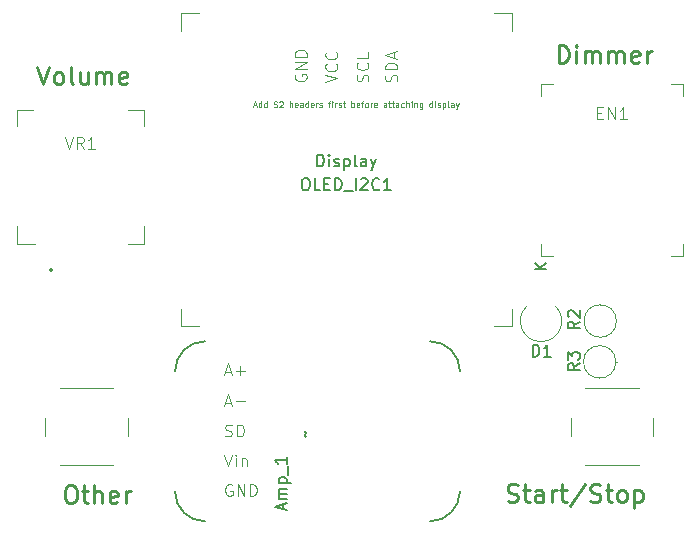
<source format=gbr>
%TF.GenerationSoftware,KiCad,Pcbnew,9.0.2*%
%TF.CreationDate,2025-05-20T12:48:23-07:00*%
%TF.ProjectId,40Hz_S2,3430487a-5f53-4322-9e6b-696361645f70,rev?*%
%TF.SameCoordinates,Original*%
%TF.FileFunction,Legend,Top*%
%TF.FilePolarity,Positive*%
%FSLAX46Y46*%
G04 Gerber Fmt 4.6, Leading zero omitted, Abs format (unit mm)*
G04 Created by KiCad (PCBNEW 9.0.2) date 2025-05-20 12:48:23*
%MOMM*%
%LPD*%
G01*
G04 APERTURE LIST*
%ADD10C,0.250000*%
%ADD11C,0.100000*%
%ADD12C,0.150000*%
%ADD13C,0.125000*%
%ADD14C,0.120000*%
%ADD15C,0.160000*%
%ADD16C,0.200000*%
G04 APERTURE END LIST*
D10*
X106486603Y-52198248D02*
X106486603Y-50698248D01*
X106486603Y-50698248D02*
X106843746Y-50698248D01*
X106843746Y-50698248D02*
X107058032Y-50769677D01*
X107058032Y-50769677D02*
X107200889Y-50912534D01*
X107200889Y-50912534D02*
X107272318Y-51055391D01*
X107272318Y-51055391D02*
X107343746Y-51341105D01*
X107343746Y-51341105D02*
X107343746Y-51555391D01*
X107343746Y-51555391D02*
X107272318Y-51841105D01*
X107272318Y-51841105D02*
X107200889Y-51983962D01*
X107200889Y-51983962D02*
X107058032Y-52126820D01*
X107058032Y-52126820D02*
X106843746Y-52198248D01*
X106843746Y-52198248D02*
X106486603Y-52198248D01*
X107986603Y-52198248D02*
X107986603Y-51198248D01*
X107986603Y-50698248D02*
X107915175Y-50769677D01*
X107915175Y-50769677D02*
X107986603Y-50841105D01*
X107986603Y-50841105D02*
X108058032Y-50769677D01*
X108058032Y-50769677D02*
X107986603Y-50698248D01*
X107986603Y-50698248D02*
X107986603Y-50841105D01*
X108700889Y-52198248D02*
X108700889Y-51198248D01*
X108700889Y-51341105D02*
X108772318Y-51269677D01*
X108772318Y-51269677D02*
X108915175Y-51198248D01*
X108915175Y-51198248D02*
X109129461Y-51198248D01*
X109129461Y-51198248D02*
X109272318Y-51269677D01*
X109272318Y-51269677D02*
X109343747Y-51412534D01*
X109343747Y-51412534D02*
X109343747Y-52198248D01*
X109343747Y-51412534D02*
X109415175Y-51269677D01*
X109415175Y-51269677D02*
X109558032Y-51198248D01*
X109558032Y-51198248D02*
X109772318Y-51198248D01*
X109772318Y-51198248D02*
X109915175Y-51269677D01*
X109915175Y-51269677D02*
X109986604Y-51412534D01*
X109986604Y-51412534D02*
X109986604Y-52198248D01*
X110700889Y-52198248D02*
X110700889Y-51198248D01*
X110700889Y-51341105D02*
X110772318Y-51269677D01*
X110772318Y-51269677D02*
X110915175Y-51198248D01*
X110915175Y-51198248D02*
X111129461Y-51198248D01*
X111129461Y-51198248D02*
X111272318Y-51269677D01*
X111272318Y-51269677D02*
X111343747Y-51412534D01*
X111343747Y-51412534D02*
X111343747Y-52198248D01*
X111343747Y-51412534D02*
X111415175Y-51269677D01*
X111415175Y-51269677D02*
X111558032Y-51198248D01*
X111558032Y-51198248D02*
X111772318Y-51198248D01*
X111772318Y-51198248D02*
X111915175Y-51269677D01*
X111915175Y-51269677D02*
X111986604Y-51412534D01*
X111986604Y-51412534D02*
X111986604Y-52198248D01*
X113272318Y-52126820D02*
X113129461Y-52198248D01*
X113129461Y-52198248D02*
X112843747Y-52198248D01*
X112843747Y-52198248D02*
X112700889Y-52126820D01*
X112700889Y-52126820D02*
X112629461Y-51983962D01*
X112629461Y-51983962D02*
X112629461Y-51412534D01*
X112629461Y-51412534D02*
X112700889Y-51269677D01*
X112700889Y-51269677D02*
X112843747Y-51198248D01*
X112843747Y-51198248D02*
X113129461Y-51198248D01*
X113129461Y-51198248D02*
X113272318Y-51269677D01*
X113272318Y-51269677D02*
X113343747Y-51412534D01*
X113343747Y-51412534D02*
X113343747Y-51555391D01*
X113343747Y-51555391D02*
X112629461Y-51698248D01*
X113986603Y-52198248D02*
X113986603Y-51198248D01*
X113986603Y-51483962D02*
X114058032Y-51341105D01*
X114058032Y-51341105D02*
X114129461Y-51269677D01*
X114129461Y-51269677D02*
X114272318Y-51198248D01*
X114272318Y-51198248D02*
X114415175Y-51198248D01*
X62335434Y-52492590D02*
X62835434Y-53992590D01*
X62835434Y-53992590D02*
X63335434Y-52492590D01*
X64049719Y-53992590D02*
X63906862Y-53921162D01*
X63906862Y-53921162D02*
X63835433Y-53849733D01*
X63835433Y-53849733D02*
X63764005Y-53706876D01*
X63764005Y-53706876D02*
X63764005Y-53278304D01*
X63764005Y-53278304D02*
X63835433Y-53135447D01*
X63835433Y-53135447D02*
X63906862Y-53064019D01*
X63906862Y-53064019D02*
X64049719Y-52992590D01*
X64049719Y-52992590D02*
X64264005Y-52992590D01*
X64264005Y-52992590D02*
X64406862Y-53064019D01*
X64406862Y-53064019D02*
X64478291Y-53135447D01*
X64478291Y-53135447D02*
X64549719Y-53278304D01*
X64549719Y-53278304D02*
X64549719Y-53706876D01*
X64549719Y-53706876D02*
X64478291Y-53849733D01*
X64478291Y-53849733D02*
X64406862Y-53921162D01*
X64406862Y-53921162D02*
X64264005Y-53992590D01*
X64264005Y-53992590D02*
X64049719Y-53992590D01*
X65406862Y-53992590D02*
X65264005Y-53921162D01*
X65264005Y-53921162D02*
X65192576Y-53778304D01*
X65192576Y-53778304D02*
X65192576Y-52492590D01*
X66621148Y-52992590D02*
X66621148Y-53992590D01*
X65978290Y-52992590D02*
X65978290Y-53778304D01*
X65978290Y-53778304D02*
X66049719Y-53921162D01*
X66049719Y-53921162D02*
X66192576Y-53992590D01*
X66192576Y-53992590D02*
X66406862Y-53992590D01*
X66406862Y-53992590D02*
X66549719Y-53921162D01*
X66549719Y-53921162D02*
X66621148Y-53849733D01*
X67335433Y-53992590D02*
X67335433Y-52992590D01*
X67335433Y-53135447D02*
X67406862Y-53064019D01*
X67406862Y-53064019D02*
X67549719Y-52992590D01*
X67549719Y-52992590D02*
X67764005Y-52992590D01*
X67764005Y-52992590D02*
X67906862Y-53064019D01*
X67906862Y-53064019D02*
X67978291Y-53206876D01*
X67978291Y-53206876D02*
X67978291Y-53992590D01*
X67978291Y-53206876D02*
X68049719Y-53064019D01*
X68049719Y-53064019D02*
X68192576Y-52992590D01*
X68192576Y-52992590D02*
X68406862Y-52992590D01*
X68406862Y-52992590D02*
X68549719Y-53064019D01*
X68549719Y-53064019D02*
X68621148Y-53206876D01*
X68621148Y-53206876D02*
X68621148Y-53992590D01*
X69906862Y-53921162D02*
X69764005Y-53992590D01*
X69764005Y-53992590D02*
X69478291Y-53992590D01*
X69478291Y-53992590D02*
X69335433Y-53921162D01*
X69335433Y-53921162D02*
X69264005Y-53778304D01*
X69264005Y-53778304D02*
X69264005Y-53206876D01*
X69264005Y-53206876D02*
X69335433Y-53064019D01*
X69335433Y-53064019D02*
X69478291Y-52992590D01*
X69478291Y-52992590D02*
X69764005Y-52992590D01*
X69764005Y-52992590D02*
X69906862Y-53064019D01*
X69906862Y-53064019D02*
X69978291Y-53206876D01*
X69978291Y-53206876D02*
X69978291Y-53349733D01*
X69978291Y-53349733D02*
X69264005Y-53492590D01*
X65033037Y-87960115D02*
X65318751Y-87960115D01*
X65318751Y-87960115D02*
X65461608Y-88031544D01*
X65461608Y-88031544D02*
X65604465Y-88174401D01*
X65604465Y-88174401D02*
X65675894Y-88460115D01*
X65675894Y-88460115D02*
X65675894Y-88960115D01*
X65675894Y-88960115D02*
X65604465Y-89245829D01*
X65604465Y-89245829D02*
X65461608Y-89388687D01*
X65461608Y-89388687D02*
X65318751Y-89460115D01*
X65318751Y-89460115D02*
X65033037Y-89460115D01*
X65033037Y-89460115D02*
X64890180Y-89388687D01*
X64890180Y-89388687D02*
X64747322Y-89245829D01*
X64747322Y-89245829D02*
X64675894Y-88960115D01*
X64675894Y-88960115D02*
X64675894Y-88460115D01*
X64675894Y-88460115D02*
X64747322Y-88174401D01*
X64747322Y-88174401D02*
X64890180Y-88031544D01*
X64890180Y-88031544D02*
X65033037Y-87960115D01*
X66104466Y-88460115D02*
X66675894Y-88460115D01*
X66318751Y-87960115D02*
X66318751Y-89245829D01*
X66318751Y-89245829D02*
X66390180Y-89388687D01*
X66390180Y-89388687D02*
X66533037Y-89460115D01*
X66533037Y-89460115D02*
X66675894Y-89460115D01*
X67175894Y-89460115D02*
X67175894Y-87960115D01*
X67818752Y-89460115D02*
X67818752Y-88674401D01*
X67818752Y-88674401D02*
X67747323Y-88531544D01*
X67747323Y-88531544D02*
X67604466Y-88460115D01*
X67604466Y-88460115D02*
X67390180Y-88460115D01*
X67390180Y-88460115D02*
X67247323Y-88531544D01*
X67247323Y-88531544D02*
X67175894Y-88602972D01*
X69104466Y-89388687D02*
X68961609Y-89460115D01*
X68961609Y-89460115D02*
X68675895Y-89460115D01*
X68675895Y-89460115D02*
X68533037Y-89388687D01*
X68533037Y-89388687D02*
X68461609Y-89245829D01*
X68461609Y-89245829D02*
X68461609Y-88674401D01*
X68461609Y-88674401D02*
X68533037Y-88531544D01*
X68533037Y-88531544D02*
X68675895Y-88460115D01*
X68675895Y-88460115D02*
X68961609Y-88460115D01*
X68961609Y-88460115D02*
X69104466Y-88531544D01*
X69104466Y-88531544D02*
X69175895Y-88674401D01*
X69175895Y-88674401D02*
X69175895Y-88817258D01*
X69175895Y-88817258D02*
X68461609Y-88960115D01*
X69818751Y-89460115D02*
X69818751Y-88460115D01*
X69818751Y-88745829D02*
X69890180Y-88602972D01*
X69890180Y-88602972D02*
X69961609Y-88531544D01*
X69961609Y-88531544D02*
X70104466Y-88460115D01*
X70104466Y-88460115D02*
X70247323Y-88460115D01*
X102169381Y-89300662D02*
X102383667Y-89372090D01*
X102383667Y-89372090D02*
X102740809Y-89372090D01*
X102740809Y-89372090D02*
X102883667Y-89300662D01*
X102883667Y-89300662D02*
X102955095Y-89229233D01*
X102955095Y-89229233D02*
X103026524Y-89086376D01*
X103026524Y-89086376D02*
X103026524Y-88943519D01*
X103026524Y-88943519D02*
X102955095Y-88800662D01*
X102955095Y-88800662D02*
X102883667Y-88729233D01*
X102883667Y-88729233D02*
X102740809Y-88657804D01*
X102740809Y-88657804D02*
X102455095Y-88586376D01*
X102455095Y-88586376D02*
X102312238Y-88514947D01*
X102312238Y-88514947D02*
X102240809Y-88443519D01*
X102240809Y-88443519D02*
X102169381Y-88300662D01*
X102169381Y-88300662D02*
X102169381Y-88157804D01*
X102169381Y-88157804D02*
X102240809Y-88014947D01*
X102240809Y-88014947D02*
X102312238Y-87943519D01*
X102312238Y-87943519D02*
X102455095Y-87872090D01*
X102455095Y-87872090D02*
X102812238Y-87872090D01*
X102812238Y-87872090D02*
X103026524Y-87943519D01*
X103455095Y-88372090D02*
X104026523Y-88372090D01*
X103669380Y-87872090D02*
X103669380Y-89157804D01*
X103669380Y-89157804D02*
X103740809Y-89300662D01*
X103740809Y-89300662D02*
X103883666Y-89372090D01*
X103883666Y-89372090D02*
X104026523Y-89372090D01*
X105169381Y-89372090D02*
X105169381Y-88586376D01*
X105169381Y-88586376D02*
X105097952Y-88443519D01*
X105097952Y-88443519D02*
X104955095Y-88372090D01*
X104955095Y-88372090D02*
X104669381Y-88372090D01*
X104669381Y-88372090D02*
X104526523Y-88443519D01*
X105169381Y-89300662D02*
X105026523Y-89372090D01*
X105026523Y-89372090D02*
X104669381Y-89372090D01*
X104669381Y-89372090D02*
X104526523Y-89300662D01*
X104526523Y-89300662D02*
X104455095Y-89157804D01*
X104455095Y-89157804D02*
X104455095Y-89014947D01*
X104455095Y-89014947D02*
X104526523Y-88872090D01*
X104526523Y-88872090D02*
X104669381Y-88800662D01*
X104669381Y-88800662D02*
X105026523Y-88800662D01*
X105026523Y-88800662D02*
X105169381Y-88729233D01*
X105883666Y-89372090D02*
X105883666Y-88372090D01*
X105883666Y-88657804D02*
X105955095Y-88514947D01*
X105955095Y-88514947D02*
X106026524Y-88443519D01*
X106026524Y-88443519D02*
X106169381Y-88372090D01*
X106169381Y-88372090D02*
X106312238Y-88372090D01*
X106597952Y-88372090D02*
X107169380Y-88372090D01*
X106812237Y-87872090D02*
X106812237Y-89157804D01*
X106812237Y-89157804D02*
X106883666Y-89300662D01*
X106883666Y-89300662D02*
X107026523Y-89372090D01*
X107026523Y-89372090D02*
X107169380Y-89372090D01*
X108740809Y-87800662D02*
X107455095Y-89729233D01*
X109169381Y-89300662D02*
X109383667Y-89372090D01*
X109383667Y-89372090D02*
X109740809Y-89372090D01*
X109740809Y-89372090D02*
X109883667Y-89300662D01*
X109883667Y-89300662D02*
X109955095Y-89229233D01*
X109955095Y-89229233D02*
X110026524Y-89086376D01*
X110026524Y-89086376D02*
X110026524Y-88943519D01*
X110026524Y-88943519D02*
X109955095Y-88800662D01*
X109955095Y-88800662D02*
X109883667Y-88729233D01*
X109883667Y-88729233D02*
X109740809Y-88657804D01*
X109740809Y-88657804D02*
X109455095Y-88586376D01*
X109455095Y-88586376D02*
X109312238Y-88514947D01*
X109312238Y-88514947D02*
X109240809Y-88443519D01*
X109240809Y-88443519D02*
X109169381Y-88300662D01*
X109169381Y-88300662D02*
X109169381Y-88157804D01*
X109169381Y-88157804D02*
X109240809Y-88014947D01*
X109240809Y-88014947D02*
X109312238Y-87943519D01*
X109312238Y-87943519D02*
X109455095Y-87872090D01*
X109455095Y-87872090D02*
X109812238Y-87872090D01*
X109812238Y-87872090D02*
X110026524Y-87943519D01*
X110455095Y-88372090D02*
X111026523Y-88372090D01*
X110669380Y-87872090D02*
X110669380Y-89157804D01*
X110669380Y-89157804D02*
X110740809Y-89300662D01*
X110740809Y-89300662D02*
X110883666Y-89372090D01*
X110883666Y-89372090D02*
X111026523Y-89372090D01*
X111740809Y-89372090D02*
X111597952Y-89300662D01*
X111597952Y-89300662D02*
X111526523Y-89229233D01*
X111526523Y-89229233D02*
X111455095Y-89086376D01*
X111455095Y-89086376D02*
X111455095Y-88657804D01*
X111455095Y-88657804D02*
X111526523Y-88514947D01*
X111526523Y-88514947D02*
X111597952Y-88443519D01*
X111597952Y-88443519D02*
X111740809Y-88372090D01*
X111740809Y-88372090D02*
X111955095Y-88372090D01*
X111955095Y-88372090D02*
X112097952Y-88443519D01*
X112097952Y-88443519D02*
X112169381Y-88514947D01*
X112169381Y-88514947D02*
X112240809Y-88657804D01*
X112240809Y-88657804D02*
X112240809Y-89086376D01*
X112240809Y-89086376D02*
X112169381Y-89229233D01*
X112169381Y-89229233D02*
X112097952Y-89300662D01*
X112097952Y-89300662D02*
X111955095Y-89372090D01*
X111955095Y-89372090D02*
X111740809Y-89372090D01*
X112883666Y-88372090D02*
X112883666Y-89872090D01*
X112883666Y-88443519D02*
X113026524Y-88372090D01*
X113026524Y-88372090D02*
X113312238Y-88372090D01*
X113312238Y-88372090D02*
X113455095Y-88443519D01*
X113455095Y-88443519D02*
X113526524Y-88514947D01*
X113526524Y-88514947D02*
X113597952Y-88657804D01*
X113597952Y-88657804D02*
X113597952Y-89086376D01*
X113597952Y-89086376D02*
X113526524Y-89229233D01*
X113526524Y-89229233D02*
X113455095Y-89300662D01*
X113455095Y-89300662D02*
X113312238Y-89372090D01*
X113312238Y-89372090D02*
X113026524Y-89372090D01*
X113026524Y-89372090D02*
X112883666Y-89300662D01*
D11*
X80661027Y-55790752D02*
X80899122Y-55790752D01*
X80613408Y-55933609D02*
X80780074Y-55433609D01*
X80780074Y-55433609D02*
X80946741Y-55933609D01*
X81327693Y-55933609D02*
X81327693Y-55433609D01*
X81327693Y-55909800D02*
X81280074Y-55933609D01*
X81280074Y-55933609D02*
X81184836Y-55933609D01*
X81184836Y-55933609D02*
X81137217Y-55909800D01*
X81137217Y-55909800D02*
X81113407Y-55885990D01*
X81113407Y-55885990D02*
X81089598Y-55838371D01*
X81089598Y-55838371D02*
X81089598Y-55695514D01*
X81089598Y-55695514D02*
X81113407Y-55647895D01*
X81113407Y-55647895D02*
X81137217Y-55624085D01*
X81137217Y-55624085D02*
X81184836Y-55600276D01*
X81184836Y-55600276D02*
X81280074Y-55600276D01*
X81280074Y-55600276D02*
X81327693Y-55624085D01*
X81780074Y-55933609D02*
X81780074Y-55433609D01*
X81780074Y-55909800D02*
X81732455Y-55933609D01*
X81732455Y-55933609D02*
X81637217Y-55933609D01*
X81637217Y-55933609D02*
X81589598Y-55909800D01*
X81589598Y-55909800D02*
X81565788Y-55885990D01*
X81565788Y-55885990D02*
X81541979Y-55838371D01*
X81541979Y-55838371D02*
X81541979Y-55695514D01*
X81541979Y-55695514D02*
X81565788Y-55647895D01*
X81565788Y-55647895D02*
X81589598Y-55624085D01*
X81589598Y-55624085D02*
X81637217Y-55600276D01*
X81637217Y-55600276D02*
X81732455Y-55600276D01*
X81732455Y-55600276D02*
X81780074Y-55624085D01*
X82375312Y-55909800D02*
X82446740Y-55933609D01*
X82446740Y-55933609D02*
X82565788Y-55933609D01*
X82565788Y-55933609D02*
X82613407Y-55909800D01*
X82613407Y-55909800D02*
X82637216Y-55885990D01*
X82637216Y-55885990D02*
X82661026Y-55838371D01*
X82661026Y-55838371D02*
X82661026Y-55790752D01*
X82661026Y-55790752D02*
X82637216Y-55743133D01*
X82637216Y-55743133D02*
X82613407Y-55719323D01*
X82613407Y-55719323D02*
X82565788Y-55695514D01*
X82565788Y-55695514D02*
X82470550Y-55671704D01*
X82470550Y-55671704D02*
X82422931Y-55647895D01*
X82422931Y-55647895D02*
X82399121Y-55624085D01*
X82399121Y-55624085D02*
X82375312Y-55576466D01*
X82375312Y-55576466D02*
X82375312Y-55528847D01*
X82375312Y-55528847D02*
X82399121Y-55481228D01*
X82399121Y-55481228D02*
X82422931Y-55457419D01*
X82422931Y-55457419D02*
X82470550Y-55433609D01*
X82470550Y-55433609D02*
X82589597Y-55433609D01*
X82589597Y-55433609D02*
X82661026Y-55457419D01*
X82851502Y-55481228D02*
X82875311Y-55457419D01*
X82875311Y-55457419D02*
X82922930Y-55433609D01*
X82922930Y-55433609D02*
X83041978Y-55433609D01*
X83041978Y-55433609D02*
X83089597Y-55457419D01*
X83089597Y-55457419D02*
X83113406Y-55481228D01*
X83113406Y-55481228D02*
X83137216Y-55528847D01*
X83137216Y-55528847D02*
X83137216Y-55576466D01*
X83137216Y-55576466D02*
X83113406Y-55647895D01*
X83113406Y-55647895D02*
X82827692Y-55933609D01*
X82827692Y-55933609D02*
X83137216Y-55933609D01*
X83732453Y-55933609D02*
X83732453Y-55433609D01*
X83946739Y-55933609D02*
X83946739Y-55671704D01*
X83946739Y-55671704D02*
X83922929Y-55624085D01*
X83922929Y-55624085D02*
X83875310Y-55600276D01*
X83875310Y-55600276D02*
X83803882Y-55600276D01*
X83803882Y-55600276D02*
X83756263Y-55624085D01*
X83756263Y-55624085D02*
X83732453Y-55647895D01*
X84375310Y-55909800D02*
X84327691Y-55933609D01*
X84327691Y-55933609D02*
X84232453Y-55933609D01*
X84232453Y-55933609D02*
X84184834Y-55909800D01*
X84184834Y-55909800D02*
X84161025Y-55862180D01*
X84161025Y-55862180D02*
X84161025Y-55671704D01*
X84161025Y-55671704D02*
X84184834Y-55624085D01*
X84184834Y-55624085D02*
X84232453Y-55600276D01*
X84232453Y-55600276D02*
X84327691Y-55600276D01*
X84327691Y-55600276D02*
X84375310Y-55624085D01*
X84375310Y-55624085D02*
X84399120Y-55671704D01*
X84399120Y-55671704D02*
X84399120Y-55719323D01*
X84399120Y-55719323D02*
X84161025Y-55766942D01*
X84827691Y-55933609D02*
X84827691Y-55671704D01*
X84827691Y-55671704D02*
X84803881Y-55624085D01*
X84803881Y-55624085D02*
X84756262Y-55600276D01*
X84756262Y-55600276D02*
X84661024Y-55600276D01*
X84661024Y-55600276D02*
X84613405Y-55624085D01*
X84827691Y-55909800D02*
X84780072Y-55933609D01*
X84780072Y-55933609D02*
X84661024Y-55933609D01*
X84661024Y-55933609D02*
X84613405Y-55909800D01*
X84613405Y-55909800D02*
X84589596Y-55862180D01*
X84589596Y-55862180D02*
X84589596Y-55814561D01*
X84589596Y-55814561D02*
X84613405Y-55766942D01*
X84613405Y-55766942D02*
X84661024Y-55743133D01*
X84661024Y-55743133D02*
X84780072Y-55743133D01*
X84780072Y-55743133D02*
X84827691Y-55719323D01*
X85280072Y-55933609D02*
X85280072Y-55433609D01*
X85280072Y-55909800D02*
X85232453Y-55933609D01*
X85232453Y-55933609D02*
X85137215Y-55933609D01*
X85137215Y-55933609D02*
X85089596Y-55909800D01*
X85089596Y-55909800D02*
X85065786Y-55885990D01*
X85065786Y-55885990D02*
X85041977Y-55838371D01*
X85041977Y-55838371D02*
X85041977Y-55695514D01*
X85041977Y-55695514D02*
X85065786Y-55647895D01*
X85065786Y-55647895D02*
X85089596Y-55624085D01*
X85089596Y-55624085D02*
X85137215Y-55600276D01*
X85137215Y-55600276D02*
X85232453Y-55600276D01*
X85232453Y-55600276D02*
X85280072Y-55624085D01*
X85708643Y-55909800D02*
X85661024Y-55933609D01*
X85661024Y-55933609D02*
X85565786Y-55933609D01*
X85565786Y-55933609D02*
X85518167Y-55909800D01*
X85518167Y-55909800D02*
X85494358Y-55862180D01*
X85494358Y-55862180D02*
X85494358Y-55671704D01*
X85494358Y-55671704D02*
X85518167Y-55624085D01*
X85518167Y-55624085D02*
X85565786Y-55600276D01*
X85565786Y-55600276D02*
X85661024Y-55600276D01*
X85661024Y-55600276D02*
X85708643Y-55624085D01*
X85708643Y-55624085D02*
X85732453Y-55671704D01*
X85732453Y-55671704D02*
X85732453Y-55719323D01*
X85732453Y-55719323D02*
X85494358Y-55766942D01*
X85946738Y-55933609D02*
X85946738Y-55600276D01*
X85946738Y-55695514D02*
X85970548Y-55647895D01*
X85970548Y-55647895D02*
X85994357Y-55624085D01*
X85994357Y-55624085D02*
X86041976Y-55600276D01*
X86041976Y-55600276D02*
X86089595Y-55600276D01*
X86232453Y-55909800D02*
X86280072Y-55933609D01*
X86280072Y-55933609D02*
X86375310Y-55933609D01*
X86375310Y-55933609D02*
X86422929Y-55909800D01*
X86422929Y-55909800D02*
X86446738Y-55862180D01*
X86446738Y-55862180D02*
X86446738Y-55838371D01*
X86446738Y-55838371D02*
X86422929Y-55790752D01*
X86422929Y-55790752D02*
X86375310Y-55766942D01*
X86375310Y-55766942D02*
X86303881Y-55766942D01*
X86303881Y-55766942D02*
X86256262Y-55743133D01*
X86256262Y-55743133D02*
X86232453Y-55695514D01*
X86232453Y-55695514D02*
X86232453Y-55671704D01*
X86232453Y-55671704D02*
X86256262Y-55624085D01*
X86256262Y-55624085D02*
X86303881Y-55600276D01*
X86303881Y-55600276D02*
X86375310Y-55600276D01*
X86375310Y-55600276D02*
X86422929Y-55624085D01*
X86970548Y-55600276D02*
X87161024Y-55600276D01*
X87041976Y-55933609D02*
X87041976Y-55505038D01*
X87041976Y-55505038D02*
X87065786Y-55457419D01*
X87065786Y-55457419D02*
X87113405Y-55433609D01*
X87113405Y-55433609D02*
X87161024Y-55433609D01*
X87327690Y-55933609D02*
X87327690Y-55600276D01*
X87327690Y-55433609D02*
X87303881Y-55457419D01*
X87303881Y-55457419D02*
X87327690Y-55481228D01*
X87327690Y-55481228D02*
X87351500Y-55457419D01*
X87351500Y-55457419D02*
X87327690Y-55433609D01*
X87327690Y-55433609D02*
X87327690Y-55481228D01*
X87565785Y-55933609D02*
X87565785Y-55600276D01*
X87565785Y-55695514D02*
X87589595Y-55647895D01*
X87589595Y-55647895D02*
X87613404Y-55624085D01*
X87613404Y-55624085D02*
X87661023Y-55600276D01*
X87661023Y-55600276D02*
X87708642Y-55600276D01*
X87851500Y-55909800D02*
X87899119Y-55933609D01*
X87899119Y-55933609D02*
X87994357Y-55933609D01*
X87994357Y-55933609D02*
X88041976Y-55909800D01*
X88041976Y-55909800D02*
X88065785Y-55862180D01*
X88065785Y-55862180D02*
X88065785Y-55838371D01*
X88065785Y-55838371D02*
X88041976Y-55790752D01*
X88041976Y-55790752D02*
X87994357Y-55766942D01*
X87994357Y-55766942D02*
X87922928Y-55766942D01*
X87922928Y-55766942D02*
X87875309Y-55743133D01*
X87875309Y-55743133D02*
X87851500Y-55695514D01*
X87851500Y-55695514D02*
X87851500Y-55671704D01*
X87851500Y-55671704D02*
X87875309Y-55624085D01*
X87875309Y-55624085D02*
X87922928Y-55600276D01*
X87922928Y-55600276D02*
X87994357Y-55600276D01*
X87994357Y-55600276D02*
X88041976Y-55624085D01*
X88208643Y-55600276D02*
X88399119Y-55600276D01*
X88280071Y-55433609D02*
X88280071Y-55862180D01*
X88280071Y-55862180D02*
X88303881Y-55909800D01*
X88303881Y-55909800D02*
X88351500Y-55933609D01*
X88351500Y-55933609D02*
X88399119Y-55933609D01*
X88946737Y-55933609D02*
X88946737Y-55433609D01*
X88946737Y-55624085D02*
X88994356Y-55600276D01*
X88994356Y-55600276D02*
X89089594Y-55600276D01*
X89089594Y-55600276D02*
X89137213Y-55624085D01*
X89137213Y-55624085D02*
X89161023Y-55647895D01*
X89161023Y-55647895D02*
X89184832Y-55695514D01*
X89184832Y-55695514D02*
X89184832Y-55838371D01*
X89184832Y-55838371D02*
X89161023Y-55885990D01*
X89161023Y-55885990D02*
X89137213Y-55909800D01*
X89137213Y-55909800D02*
X89089594Y-55933609D01*
X89089594Y-55933609D02*
X88994356Y-55933609D01*
X88994356Y-55933609D02*
X88946737Y-55909800D01*
X89589594Y-55909800D02*
X89541975Y-55933609D01*
X89541975Y-55933609D02*
X89446737Y-55933609D01*
X89446737Y-55933609D02*
X89399118Y-55909800D01*
X89399118Y-55909800D02*
X89375309Y-55862180D01*
X89375309Y-55862180D02*
X89375309Y-55671704D01*
X89375309Y-55671704D02*
X89399118Y-55624085D01*
X89399118Y-55624085D02*
X89446737Y-55600276D01*
X89446737Y-55600276D02*
X89541975Y-55600276D01*
X89541975Y-55600276D02*
X89589594Y-55624085D01*
X89589594Y-55624085D02*
X89613404Y-55671704D01*
X89613404Y-55671704D02*
X89613404Y-55719323D01*
X89613404Y-55719323D02*
X89375309Y-55766942D01*
X89756261Y-55600276D02*
X89946737Y-55600276D01*
X89827689Y-55933609D02*
X89827689Y-55505038D01*
X89827689Y-55505038D02*
X89851499Y-55457419D01*
X89851499Y-55457419D02*
X89899118Y-55433609D01*
X89899118Y-55433609D02*
X89946737Y-55433609D01*
X90184832Y-55933609D02*
X90137213Y-55909800D01*
X90137213Y-55909800D02*
X90113403Y-55885990D01*
X90113403Y-55885990D02*
X90089594Y-55838371D01*
X90089594Y-55838371D02*
X90089594Y-55695514D01*
X90089594Y-55695514D02*
X90113403Y-55647895D01*
X90113403Y-55647895D02*
X90137213Y-55624085D01*
X90137213Y-55624085D02*
X90184832Y-55600276D01*
X90184832Y-55600276D02*
X90256260Y-55600276D01*
X90256260Y-55600276D02*
X90303879Y-55624085D01*
X90303879Y-55624085D02*
X90327689Y-55647895D01*
X90327689Y-55647895D02*
X90351498Y-55695514D01*
X90351498Y-55695514D02*
X90351498Y-55838371D01*
X90351498Y-55838371D02*
X90327689Y-55885990D01*
X90327689Y-55885990D02*
X90303879Y-55909800D01*
X90303879Y-55909800D02*
X90256260Y-55933609D01*
X90256260Y-55933609D02*
X90184832Y-55933609D01*
X90565784Y-55933609D02*
X90565784Y-55600276D01*
X90565784Y-55695514D02*
X90589594Y-55647895D01*
X90589594Y-55647895D02*
X90613403Y-55624085D01*
X90613403Y-55624085D02*
X90661022Y-55600276D01*
X90661022Y-55600276D02*
X90708641Y-55600276D01*
X91065784Y-55909800D02*
X91018165Y-55933609D01*
X91018165Y-55933609D02*
X90922927Y-55933609D01*
X90922927Y-55933609D02*
X90875308Y-55909800D01*
X90875308Y-55909800D02*
X90851499Y-55862180D01*
X90851499Y-55862180D02*
X90851499Y-55671704D01*
X90851499Y-55671704D02*
X90875308Y-55624085D01*
X90875308Y-55624085D02*
X90922927Y-55600276D01*
X90922927Y-55600276D02*
X91018165Y-55600276D01*
X91018165Y-55600276D02*
X91065784Y-55624085D01*
X91065784Y-55624085D02*
X91089594Y-55671704D01*
X91089594Y-55671704D02*
X91089594Y-55719323D01*
X91089594Y-55719323D02*
X90851499Y-55766942D01*
X91899117Y-55933609D02*
X91899117Y-55671704D01*
X91899117Y-55671704D02*
X91875307Y-55624085D01*
X91875307Y-55624085D02*
X91827688Y-55600276D01*
X91827688Y-55600276D02*
X91732450Y-55600276D01*
X91732450Y-55600276D02*
X91684831Y-55624085D01*
X91899117Y-55909800D02*
X91851498Y-55933609D01*
X91851498Y-55933609D02*
X91732450Y-55933609D01*
X91732450Y-55933609D02*
X91684831Y-55909800D01*
X91684831Y-55909800D02*
X91661022Y-55862180D01*
X91661022Y-55862180D02*
X91661022Y-55814561D01*
X91661022Y-55814561D02*
X91684831Y-55766942D01*
X91684831Y-55766942D02*
X91732450Y-55743133D01*
X91732450Y-55743133D02*
X91851498Y-55743133D01*
X91851498Y-55743133D02*
X91899117Y-55719323D01*
X92065784Y-55600276D02*
X92256260Y-55600276D01*
X92137212Y-55433609D02*
X92137212Y-55862180D01*
X92137212Y-55862180D02*
X92161022Y-55909800D01*
X92161022Y-55909800D02*
X92208641Y-55933609D01*
X92208641Y-55933609D02*
X92256260Y-55933609D01*
X92351498Y-55600276D02*
X92541974Y-55600276D01*
X92422926Y-55433609D02*
X92422926Y-55862180D01*
X92422926Y-55862180D02*
X92446736Y-55909800D01*
X92446736Y-55909800D02*
X92494355Y-55933609D01*
X92494355Y-55933609D02*
X92541974Y-55933609D01*
X92922926Y-55933609D02*
X92922926Y-55671704D01*
X92922926Y-55671704D02*
X92899116Y-55624085D01*
X92899116Y-55624085D02*
X92851497Y-55600276D01*
X92851497Y-55600276D02*
X92756259Y-55600276D01*
X92756259Y-55600276D02*
X92708640Y-55624085D01*
X92922926Y-55909800D02*
X92875307Y-55933609D01*
X92875307Y-55933609D02*
X92756259Y-55933609D01*
X92756259Y-55933609D02*
X92708640Y-55909800D01*
X92708640Y-55909800D02*
X92684831Y-55862180D01*
X92684831Y-55862180D02*
X92684831Y-55814561D01*
X92684831Y-55814561D02*
X92708640Y-55766942D01*
X92708640Y-55766942D02*
X92756259Y-55743133D01*
X92756259Y-55743133D02*
X92875307Y-55743133D01*
X92875307Y-55743133D02*
X92922926Y-55719323D01*
X93375307Y-55909800D02*
X93327688Y-55933609D01*
X93327688Y-55933609D02*
X93232450Y-55933609D01*
X93232450Y-55933609D02*
X93184831Y-55909800D01*
X93184831Y-55909800D02*
X93161021Y-55885990D01*
X93161021Y-55885990D02*
X93137212Y-55838371D01*
X93137212Y-55838371D02*
X93137212Y-55695514D01*
X93137212Y-55695514D02*
X93161021Y-55647895D01*
X93161021Y-55647895D02*
X93184831Y-55624085D01*
X93184831Y-55624085D02*
X93232450Y-55600276D01*
X93232450Y-55600276D02*
X93327688Y-55600276D01*
X93327688Y-55600276D02*
X93375307Y-55624085D01*
X93589592Y-55933609D02*
X93589592Y-55433609D01*
X93803878Y-55933609D02*
X93803878Y-55671704D01*
X93803878Y-55671704D02*
X93780068Y-55624085D01*
X93780068Y-55624085D02*
X93732449Y-55600276D01*
X93732449Y-55600276D02*
X93661021Y-55600276D01*
X93661021Y-55600276D02*
X93613402Y-55624085D01*
X93613402Y-55624085D02*
X93589592Y-55647895D01*
X94041973Y-55933609D02*
X94041973Y-55600276D01*
X94041973Y-55433609D02*
X94018164Y-55457419D01*
X94018164Y-55457419D02*
X94041973Y-55481228D01*
X94041973Y-55481228D02*
X94065783Y-55457419D01*
X94065783Y-55457419D02*
X94041973Y-55433609D01*
X94041973Y-55433609D02*
X94041973Y-55481228D01*
X94280068Y-55600276D02*
X94280068Y-55933609D01*
X94280068Y-55647895D02*
X94303878Y-55624085D01*
X94303878Y-55624085D02*
X94351497Y-55600276D01*
X94351497Y-55600276D02*
X94422925Y-55600276D01*
X94422925Y-55600276D02*
X94470544Y-55624085D01*
X94470544Y-55624085D02*
X94494354Y-55671704D01*
X94494354Y-55671704D02*
X94494354Y-55933609D01*
X94946735Y-55600276D02*
X94946735Y-56005038D01*
X94946735Y-56005038D02*
X94922925Y-56052657D01*
X94922925Y-56052657D02*
X94899116Y-56076466D01*
X94899116Y-56076466D02*
X94851497Y-56100276D01*
X94851497Y-56100276D02*
X94780068Y-56100276D01*
X94780068Y-56100276D02*
X94732449Y-56076466D01*
X94946735Y-55909800D02*
X94899116Y-55933609D01*
X94899116Y-55933609D02*
X94803878Y-55933609D01*
X94803878Y-55933609D02*
X94756259Y-55909800D01*
X94756259Y-55909800D02*
X94732449Y-55885990D01*
X94732449Y-55885990D02*
X94708640Y-55838371D01*
X94708640Y-55838371D02*
X94708640Y-55695514D01*
X94708640Y-55695514D02*
X94732449Y-55647895D01*
X94732449Y-55647895D02*
X94756259Y-55624085D01*
X94756259Y-55624085D02*
X94803878Y-55600276D01*
X94803878Y-55600276D02*
X94899116Y-55600276D01*
X94899116Y-55600276D02*
X94946735Y-55624085D01*
X95780068Y-55933609D02*
X95780068Y-55433609D01*
X95780068Y-55909800D02*
X95732449Y-55933609D01*
X95732449Y-55933609D02*
X95637211Y-55933609D01*
X95637211Y-55933609D02*
X95589592Y-55909800D01*
X95589592Y-55909800D02*
X95565782Y-55885990D01*
X95565782Y-55885990D02*
X95541973Y-55838371D01*
X95541973Y-55838371D02*
X95541973Y-55695514D01*
X95541973Y-55695514D02*
X95565782Y-55647895D01*
X95565782Y-55647895D02*
X95589592Y-55624085D01*
X95589592Y-55624085D02*
X95637211Y-55600276D01*
X95637211Y-55600276D02*
X95732449Y-55600276D01*
X95732449Y-55600276D02*
X95780068Y-55624085D01*
X96018163Y-55933609D02*
X96018163Y-55600276D01*
X96018163Y-55433609D02*
X95994354Y-55457419D01*
X95994354Y-55457419D02*
X96018163Y-55481228D01*
X96018163Y-55481228D02*
X96041973Y-55457419D01*
X96041973Y-55457419D02*
X96018163Y-55433609D01*
X96018163Y-55433609D02*
X96018163Y-55481228D01*
X96232449Y-55909800D02*
X96280068Y-55933609D01*
X96280068Y-55933609D02*
X96375306Y-55933609D01*
X96375306Y-55933609D02*
X96422925Y-55909800D01*
X96422925Y-55909800D02*
X96446734Y-55862180D01*
X96446734Y-55862180D02*
X96446734Y-55838371D01*
X96446734Y-55838371D02*
X96422925Y-55790752D01*
X96422925Y-55790752D02*
X96375306Y-55766942D01*
X96375306Y-55766942D02*
X96303877Y-55766942D01*
X96303877Y-55766942D02*
X96256258Y-55743133D01*
X96256258Y-55743133D02*
X96232449Y-55695514D01*
X96232449Y-55695514D02*
X96232449Y-55671704D01*
X96232449Y-55671704D02*
X96256258Y-55624085D01*
X96256258Y-55624085D02*
X96303877Y-55600276D01*
X96303877Y-55600276D02*
X96375306Y-55600276D01*
X96375306Y-55600276D02*
X96422925Y-55624085D01*
X96661020Y-55600276D02*
X96661020Y-56100276D01*
X96661020Y-55624085D02*
X96708639Y-55600276D01*
X96708639Y-55600276D02*
X96803877Y-55600276D01*
X96803877Y-55600276D02*
X96851496Y-55624085D01*
X96851496Y-55624085D02*
X96875306Y-55647895D01*
X96875306Y-55647895D02*
X96899115Y-55695514D01*
X96899115Y-55695514D02*
X96899115Y-55838371D01*
X96899115Y-55838371D02*
X96875306Y-55885990D01*
X96875306Y-55885990D02*
X96851496Y-55909800D01*
X96851496Y-55909800D02*
X96803877Y-55933609D01*
X96803877Y-55933609D02*
X96708639Y-55933609D01*
X96708639Y-55933609D02*
X96661020Y-55909800D01*
X97184830Y-55933609D02*
X97137211Y-55909800D01*
X97137211Y-55909800D02*
X97113401Y-55862180D01*
X97113401Y-55862180D02*
X97113401Y-55433609D01*
X97589592Y-55933609D02*
X97589592Y-55671704D01*
X97589592Y-55671704D02*
X97565782Y-55624085D01*
X97565782Y-55624085D02*
X97518163Y-55600276D01*
X97518163Y-55600276D02*
X97422925Y-55600276D01*
X97422925Y-55600276D02*
X97375306Y-55624085D01*
X97589592Y-55909800D02*
X97541973Y-55933609D01*
X97541973Y-55933609D02*
X97422925Y-55933609D01*
X97422925Y-55933609D02*
X97375306Y-55909800D01*
X97375306Y-55909800D02*
X97351497Y-55862180D01*
X97351497Y-55862180D02*
X97351497Y-55814561D01*
X97351497Y-55814561D02*
X97375306Y-55766942D01*
X97375306Y-55766942D02*
X97422925Y-55743133D01*
X97422925Y-55743133D02*
X97541973Y-55743133D01*
X97541973Y-55743133D02*
X97589592Y-55719323D01*
X97780068Y-55600276D02*
X97899116Y-55933609D01*
X98018163Y-55600276D02*
X97899116Y-55933609D01*
X97899116Y-55933609D02*
X97851497Y-56052657D01*
X97851497Y-56052657D02*
X97827687Y-56076466D01*
X97827687Y-56076466D02*
X97780068Y-56100276D01*
D12*
X84976190Y-61954819D02*
X85166666Y-61954819D01*
X85166666Y-61954819D02*
X85261904Y-62002438D01*
X85261904Y-62002438D02*
X85357142Y-62097676D01*
X85357142Y-62097676D02*
X85404761Y-62288152D01*
X85404761Y-62288152D02*
X85404761Y-62621485D01*
X85404761Y-62621485D02*
X85357142Y-62811961D01*
X85357142Y-62811961D02*
X85261904Y-62907200D01*
X85261904Y-62907200D02*
X85166666Y-62954819D01*
X85166666Y-62954819D02*
X84976190Y-62954819D01*
X84976190Y-62954819D02*
X84880952Y-62907200D01*
X84880952Y-62907200D02*
X84785714Y-62811961D01*
X84785714Y-62811961D02*
X84738095Y-62621485D01*
X84738095Y-62621485D02*
X84738095Y-62288152D01*
X84738095Y-62288152D02*
X84785714Y-62097676D01*
X84785714Y-62097676D02*
X84880952Y-62002438D01*
X84880952Y-62002438D02*
X84976190Y-61954819D01*
X86309523Y-62954819D02*
X85833333Y-62954819D01*
X85833333Y-62954819D02*
X85833333Y-61954819D01*
X86642857Y-62431009D02*
X86976190Y-62431009D01*
X87119047Y-62954819D02*
X86642857Y-62954819D01*
X86642857Y-62954819D02*
X86642857Y-61954819D01*
X86642857Y-61954819D02*
X87119047Y-61954819D01*
X87547619Y-62954819D02*
X87547619Y-61954819D01*
X87547619Y-61954819D02*
X87785714Y-61954819D01*
X87785714Y-61954819D02*
X87928571Y-62002438D01*
X87928571Y-62002438D02*
X88023809Y-62097676D01*
X88023809Y-62097676D02*
X88071428Y-62192914D01*
X88071428Y-62192914D02*
X88119047Y-62383390D01*
X88119047Y-62383390D02*
X88119047Y-62526247D01*
X88119047Y-62526247D02*
X88071428Y-62716723D01*
X88071428Y-62716723D02*
X88023809Y-62811961D01*
X88023809Y-62811961D02*
X87928571Y-62907200D01*
X87928571Y-62907200D02*
X87785714Y-62954819D01*
X87785714Y-62954819D02*
X87547619Y-62954819D01*
X88309524Y-63050057D02*
X89071428Y-63050057D01*
X89309524Y-62954819D02*
X89309524Y-61954819D01*
X89738095Y-62050057D02*
X89785714Y-62002438D01*
X89785714Y-62002438D02*
X89880952Y-61954819D01*
X89880952Y-61954819D02*
X90119047Y-61954819D01*
X90119047Y-61954819D02*
X90214285Y-62002438D01*
X90214285Y-62002438D02*
X90261904Y-62050057D01*
X90261904Y-62050057D02*
X90309523Y-62145295D01*
X90309523Y-62145295D02*
X90309523Y-62240533D01*
X90309523Y-62240533D02*
X90261904Y-62383390D01*
X90261904Y-62383390D02*
X89690476Y-62954819D01*
X89690476Y-62954819D02*
X90309523Y-62954819D01*
X91309523Y-62859580D02*
X91261904Y-62907200D01*
X91261904Y-62907200D02*
X91119047Y-62954819D01*
X91119047Y-62954819D02*
X91023809Y-62954819D01*
X91023809Y-62954819D02*
X90880952Y-62907200D01*
X90880952Y-62907200D02*
X90785714Y-62811961D01*
X90785714Y-62811961D02*
X90738095Y-62716723D01*
X90738095Y-62716723D02*
X90690476Y-62526247D01*
X90690476Y-62526247D02*
X90690476Y-62383390D01*
X90690476Y-62383390D02*
X90738095Y-62192914D01*
X90738095Y-62192914D02*
X90785714Y-62097676D01*
X90785714Y-62097676D02*
X90880952Y-62002438D01*
X90880952Y-62002438D02*
X91023809Y-61954819D01*
X91023809Y-61954819D02*
X91119047Y-61954819D01*
X91119047Y-61954819D02*
X91261904Y-62002438D01*
X91261904Y-62002438D02*
X91309523Y-62050057D01*
X92261904Y-62954819D02*
X91690476Y-62954819D01*
X91976190Y-62954819D02*
X91976190Y-61954819D01*
X91976190Y-61954819D02*
X91880952Y-62097676D01*
X91880952Y-62097676D02*
X91785714Y-62192914D01*
X91785714Y-62192914D02*
X91690476Y-62240533D01*
X86047619Y-60954819D02*
X86047619Y-59954819D01*
X86047619Y-59954819D02*
X86285714Y-59954819D01*
X86285714Y-59954819D02*
X86428571Y-60002438D01*
X86428571Y-60002438D02*
X86523809Y-60097676D01*
X86523809Y-60097676D02*
X86571428Y-60192914D01*
X86571428Y-60192914D02*
X86619047Y-60383390D01*
X86619047Y-60383390D02*
X86619047Y-60526247D01*
X86619047Y-60526247D02*
X86571428Y-60716723D01*
X86571428Y-60716723D02*
X86523809Y-60811961D01*
X86523809Y-60811961D02*
X86428571Y-60907200D01*
X86428571Y-60907200D02*
X86285714Y-60954819D01*
X86285714Y-60954819D02*
X86047619Y-60954819D01*
X87047619Y-60954819D02*
X87047619Y-60288152D01*
X87047619Y-59954819D02*
X87000000Y-60002438D01*
X87000000Y-60002438D02*
X87047619Y-60050057D01*
X87047619Y-60050057D02*
X87095238Y-60002438D01*
X87095238Y-60002438D02*
X87047619Y-59954819D01*
X87047619Y-59954819D02*
X87047619Y-60050057D01*
X87476190Y-60907200D02*
X87571428Y-60954819D01*
X87571428Y-60954819D02*
X87761904Y-60954819D01*
X87761904Y-60954819D02*
X87857142Y-60907200D01*
X87857142Y-60907200D02*
X87904761Y-60811961D01*
X87904761Y-60811961D02*
X87904761Y-60764342D01*
X87904761Y-60764342D02*
X87857142Y-60669104D01*
X87857142Y-60669104D02*
X87761904Y-60621485D01*
X87761904Y-60621485D02*
X87619047Y-60621485D01*
X87619047Y-60621485D02*
X87523809Y-60573866D01*
X87523809Y-60573866D02*
X87476190Y-60478628D01*
X87476190Y-60478628D02*
X87476190Y-60431009D01*
X87476190Y-60431009D02*
X87523809Y-60335771D01*
X87523809Y-60335771D02*
X87619047Y-60288152D01*
X87619047Y-60288152D02*
X87761904Y-60288152D01*
X87761904Y-60288152D02*
X87857142Y-60335771D01*
X88333333Y-60288152D02*
X88333333Y-61288152D01*
X88333333Y-60335771D02*
X88428571Y-60288152D01*
X88428571Y-60288152D02*
X88619047Y-60288152D01*
X88619047Y-60288152D02*
X88714285Y-60335771D01*
X88714285Y-60335771D02*
X88761904Y-60383390D01*
X88761904Y-60383390D02*
X88809523Y-60478628D01*
X88809523Y-60478628D02*
X88809523Y-60764342D01*
X88809523Y-60764342D02*
X88761904Y-60859580D01*
X88761904Y-60859580D02*
X88714285Y-60907200D01*
X88714285Y-60907200D02*
X88619047Y-60954819D01*
X88619047Y-60954819D02*
X88428571Y-60954819D01*
X88428571Y-60954819D02*
X88333333Y-60907200D01*
X89380952Y-60954819D02*
X89285714Y-60907200D01*
X89285714Y-60907200D02*
X89238095Y-60811961D01*
X89238095Y-60811961D02*
X89238095Y-59954819D01*
X90190476Y-60954819D02*
X90190476Y-60431009D01*
X90190476Y-60431009D02*
X90142857Y-60335771D01*
X90142857Y-60335771D02*
X90047619Y-60288152D01*
X90047619Y-60288152D02*
X89857143Y-60288152D01*
X89857143Y-60288152D02*
X89761905Y-60335771D01*
X90190476Y-60907200D02*
X90095238Y-60954819D01*
X90095238Y-60954819D02*
X89857143Y-60954819D01*
X89857143Y-60954819D02*
X89761905Y-60907200D01*
X89761905Y-60907200D02*
X89714286Y-60811961D01*
X89714286Y-60811961D02*
X89714286Y-60716723D01*
X89714286Y-60716723D02*
X89761905Y-60621485D01*
X89761905Y-60621485D02*
X89857143Y-60573866D01*
X89857143Y-60573866D02*
X90095238Y-60573866D01*
X90095238Y-60573866D02*
X90190476Y-60526247D01*
X90571429Y-60288152D02*
X90809524Y-60954819D01*
X91047619Y-60288152D02*
X90809524Y-60954819D01*
X90809524Y-60954819D02*
X90714286Y-61192914D01*
X90714286Y-61192914D02*
X90666667Y-61240533D01*
X90666667Y-61240533D02*
X90571429Y-61288152D01*
D11*
X90330642Y-53743734D02*
X90378261Y-53600877D01*
X90378261Y-53600877D02*
X90378261Y-53362782D01*
X90378261Y-53362782D02*
X90330642Y-53267544D01*
X90330642Y-53267544D02*
X90283022Y-53219925D01*
X90283022Y-53219925D02*
X90187784Y-53172306D01*
X90187784Y-53172306D02*
X90092546Y-53172306D01*
X90092546Y-53172306D02*
X89997308Y-53219925D01*
X89997308Y-53219925D02*
X89949689Y-53267544D01*
X89949689Y-53267544D02*
X89902070Y-53362782D01*
X89902070Y-53362782D02*
X89854451Y-53553258D01*
X89854451Y-53553258D02*
X89806832Y-53648496D01*
X89806832Y-53648496D02*
X89759213Y-53696115D01*
X89759213Y-53696115D02*
X89663975Y-53743734D01*
X89663975Y-53743734D02*
X89568737Y-53743734D01*
X89568737Y-53743734D02*
X89473499Y-53696115D01*
X89473499Y-53696115D02*
X89425880Y-53648496D01*
X89425880Y-53648496D02*
X89378261Y-53553258D01*
X89378261Y-53553258D02*
X89378261Y-53315163D01*
X89378261Y-53315163D02*
X89425880Y-53172306D01*
X90283022Y-52172306D02*
X90330642Y-52219925D01*
X90330642Y-52219925D02*
X90378261Y-52362782D01*
X90378261Y-52362782D02*
X90378261Y-52458020D01*
X90378261Y-52458020D02*
X90330642Y-52600877D01*
X90330642Y-52600877D02*
X90235403Y-52696115D01*
X90235403Y-52696115D02*
X90140165Y-52743734D01*
X90140165Y-52743734D02*
X89949689Y-52791353D01*
X89949689Y-52791353D02*
X89806832Y-52791353D01*
X89806832Y-52791353D02*
X89616356Y-52743734D01*
X89616356Y-52743734D02*
X89521118Y-52696115D01*
X89521118Y-52696115D02*
X89425880Y-52600877D01*
X89425880Y-52600877D02*
X89378261Y-52458020D01*
X89378261Y-52458020D02*
X89378261Y-52362782D01*
X89378261Y-52362782D02*
X89425880Y-52219925D01*
X89425880Y-52219925D02*
X89473499Y-52172306D01*
X90378261Y-51267544D02*
X90378261Y-51743734D01*
X90378261Y-51743734D02*
X89378261Y-51743734D01*
X84200134Y-53172306D02*
X84152515Y-53267544D01*
X84152515Y-53267544D02*
X84152515Y-53410401D01*
X84152515Y-53410401D02*
X84200134Y-53553258D01*
X84200134Y-53553258D02*
X84295372Y-53648496D01*
X84295372Y-53648496D02*
X84390610Y-53696115D01*
X84390610Y-53696115D02*
X84581086Y-53743734D01*
X84581086Y-53743734D02*
X84723943Y-53743734D01*
X84723943Y-53743734D02*
X84914419Y-53696115D01*
X84914419Y-53696115D02*
X85009657Y-53648496D01*
X85009657Y-53648496D02*
X85104896Y-53553258D01*
X85104896Y-53553258D02*
X85152515Y-53410401D01*
X85152515Y-53410401D02*
X85152515Y-53315163D01*
X85152515Y-53315163D02*
X85104896Y-53172306D01*
X85104896Y-53172306D02*
X85057276Y-53124687D01*
X85057276Y-53124687D02*
X84723943Y-53124687D01*
X84723943Y-53124687D02*
X84723943Y-53315163D01*
X85152515Y-52696115D02*
X84152515Y-52696115D01*
X84152515Y-52696115D02*
X85152515Y-52124687D01*
X85152515Y-52124687D02*
X84152515Y-52124687D01*
X85152515Y-51648496D02*
X84152515Y-51648496D01*
X84152515Y-51648496D02*
X84152515Y-51410401D01*
X84152515Y-51410401D02*
X84200134Y-51267544D01*
X84200134Y-51267544D02*
X84295372Y-51172306D01*
X84295372Y-51172306D02*
X84390610Y-51124687D01*
X84390610Y-51124687D02*
X84581086Y-51077068D01*
X84581086Y-51077068D02*
X84723943Y-51077068D01*
X84723943Y-51077068D02*
X84914419Y-51124687D01*
X84914419Y-51124687D02*
X85009657Y-51172306D01*
X85009657Y-51172306D02*
X85104896Y-51267544D01*
X85104896Y-51267544D02*
X85152515Y-51410401D01*
X85152515Y-51410401D02*
X85152515Y-51648496D01*
X86738996Y-53838972D02*
X87738996Y-53505639D01*
X87738996Y-53505639D02*
X86738996Y-53172306D01*
X87643757Y-52267544D02*
X87691377Y-52315163D01*
X87691377Y-52315163D02*
X87738996Y-52458020D01*
X87738996Y-52458020D02*
X87738996Y-52553258D01*
X87738996Y-52553258D02*
X87691377Y-52696115D01*
X87691377Y-52696115D02*
X87596138Y-52791353D01*
X87596138Y-52791353D02*
X87500900Y-52838972D01*
X87500900Y-52838972D02*
X87310424Y-52886591D01*
X87310424Y-52886591D02*
X87167567Y-52886591D01*
X87167567Y-52886591D02*
X86977091Y-52838972D01*
X86977091Y-52838972D02*
X86881853Y-52791353D01*
X86881853Y-52791353D02*
X86786615Y-52696115D01*
X86786615Y-52696115D02*
X86738996Y-52553258D01*
X86738996Y-52553258D02*
X86738996Y-52458020D01*
X86738996Y-52458020D02*
X86786615Y-52315163D01*
X86786615Y-52315163D02*
X86834234Y-52267544D01*
X87643757Y-51267544D02*
X87691377Y-51315163D01*
X87691377Y-51315163D02*
X87738996Y-51458020D01*
X87738996Y-51458020D02*
X87738996Y-51553258D01*
X87738996Y-51553258D02*
X87691377Y-51696115D01*
X87691377Y-51696115D02*
X87596138Y-51791353D01*
X87596138Y-51791353D02*
X87500900Y-51838972D01*
X87500900Y-51838972D02*
X87310424Y-51886591D01*
X87310424Y-51886591D02*
X87167567Y-51886591D01*
X87167567Y-51886591D02*
X86977091Y-51838972D01*
X86977091Y-51838972D02*
X86881853Y-51791353D01*
X86881853Y-51791353D02*
X86786615Y-51696115D01*
X86786615Y-51696115D02*
X86738996Y-51553258D01*
X86738996Y-51553258D02*
X86738996Y-51458020D01*
X86738996Y-51458020D02*
X86786615Y-51315163D01*
X86786615Y-51315163D02*
X86834234Y-51267544D01*
X92758767Y-53743734D02*
X92806386Y-53600877D01*
X92806386Y-53600877D02*
X92806386Y-53362782D01*
X92806386Y-53362782D02*
X92758767Y-53267544D01*
X92758767Y-53267544D02*
X92711147Y-53219925D01*
X92711147Y-53219925D02*
X92615909Y-53172306D01*
X92615909Y-53172306D02*
X92520671Y-53172306D01*
X92520671Y-53172306D02*
X92425433Y-53219925D01*
X92425433Y-53219925D02*
X92377814Y-53267544D01*
X92377814Y-53267544D02*
X92330195Y-53362782D01*
X92330195Y-53362782D02*
X92282576Y-53553258D01*
X92282576Y-53553258D02*
X92234957Y-53648496D01*
X92234957Y-53648496D02*
X92187338Y-53696115D01*
X92187338Y-53696115D02*
X92092100Y-53743734D01*
X92092100Y-53743734D02*
X91996862Y-53743734D01*
X91996862Y-53743734D02*
X91901624Y-53696115D01*
X91901624Y-53696115D02*
X91854005Y-53648496D01*
X91854005Y-53648496D02*
X91806386Y-53553258D01*
X91806386Y-53553258D02*
X91806386Y-53315163D01*
X91806386Y-53315163D02*
X91854005Y-53172306D01*
X92806386Y-52743734D02*
X91806386Y-52743734D01*
X91806386Y-52743734D02*
X91806386Y-52505639D01*
X91806386Y-52505639D02*
X91854005Y-52362782D01*
X91854005Y-52362782D02*
X91949243Y-52267544D01*
X91949243Y-52267544D02*
X92044481Y-52219925D01*
X92044481Y-52219925D02*
X92234957Y-52172306D01*
X92234957Y-52172306D02*
X92377814Y-52172306D01*
X92377814Y-52172306D02*
X92568290Y-52219925D01*
X92568290Y-52219925D02*
X92663528Y-52267544D01*
X92663528Y-52267544D02*
X92758767Y-52362782D01*
X92758767Y-52362782D02*
X92806386Y-52505639D01*
X92806386Y-52505639D02*
X92806386Y-52743734D01*
X92520671Y-51791353D02*
X92520671Y-51315163D01*
X92806386Y-51886591D02*
X91806386Y-51553258D01*
X91806386Y-51553258D02*
X92806386Y-51219925D01*
D12*
X108257150Y-74085879D02*
X107780959Y-74419212D01*
X108257150Y-74657307D02*
X107257150Y-74657307D01*
X107257150Y-74657307D02*
X107257150Y-74276355D01*
X107257150Y-74276355D02*
X107304769Y-74181117D01*
X107304769Y-74181117D02*
X107352388Y-74133498D01*
X107352388Y-74133498D02*
X107447626Y-74085879D01*
X107447626Y-74085879D02*
X107590483Y-74085879D01*
X107590483Y-74085879D02*
X107685721Y-74133498D01*
X107685721Y-74133498D02*
X107733340Y-74181117D01*
X107733340Y-74181117D02*
X107780959Y-74276355D01*
X107780959Y-74276355D02*
X107780959Y-74657307D01*
X107352388Y-73704926D02*
X107304769Y-73657307D01*
X107304769Y-73657307D02*
X107257150Y-73562069D01*
X107257150Y-73562069D02*
X107257150Y-73323974D01*
X107257150Y-73323974D02*
X107304769Y-73228736D01*
X107304769Y-73228736D02*
X107352388Y-73181117D01*
X107352388Y-73181117D02*
X107447626Y-73133498D01*
X107447626Y-73133498D02*
X107542864Y-73133498D01*
X107542864Y-73133498D02*
X107685721Y-73181117D01*
X107685721Y-73181117D02*
X108257150Y-73752545D01*
X108257150Y-73752545D02*
X108257150Y-73133498D01*
X83169104Y-89988735D02*
X83169104Y-89512545D01*
X83454819Y-90083973D02*
X82454819Y-89750640D01*
X82454819Y-89750640D02*
X83454819Y-89417307D01*
X83454819Y-89083973D02*
X82788152Y-89083973D01*
X82883390Y-89083973D02*
X82835771Y-89036354D01*
X82835771Y-89036354D02*
X82788152Y-88941116D01*
X82788152Y-88941116D02*
X82788152Y-88798259D01*
X82788152Y-88798259D02*
X82835771Y-88703021D01*
X82835771Y-88703021D02*
X82931009Y-88655402D01*
X82931009Y-88655402D02*
X83454819Y-88655402D01*
X82931009Y-88655402D02*
X82835771Y-88607783D01*
X82835771Y-88607783D02*
X82788152Y-88512545D01*
X82788152Y-88512545D02*
X82788152Y-88369688D01*
X82788152Y-88369688D02*
X82835771Y-88274449D01*
X82835771Y-88274449D02*
X82931009Y-88226830D01*
X82931009Y-88226830D02*
X83454819Y-88226830D01*
X82788152Y-87750640D02*
X83788152Y-87750640D01*
X82835771Y-87750640D02*
X82788152Y-87655402D01*
X82788152Y-87655402D02*
X82788152Y-87464926D01*
X82788152Y-87464926D02*
X82835771Y-87369688D01*
X82835771Y-87369688D02*
X82883390Y-87322069D01*
X82883390Y-87322069D02*
X82978628Y-87274450D01*
X82978628Y-87274450D02*
X83264342Y-87274450D01*
X83264342Y-87274450D02*
X83359580Y-87322069D01*
X83359580Y-87322069D02*
X83407200Y-87369688D01*
X83407200Y-87369688D02*
X83454819Y-87464926D01*
X83454819Y-87464926D02*
X83454819Y-87655402D01*
X83454819Y-87655402D02*
X83407200Y-87750640D01*
X83550057Y-87083974D02*
X83550057Y-86322069D01*
X83454819Y-85560164D02*
X83454819Y-86131592D01*
X83454819Y-85845878D02*
X82454819Y-85845878D01*
X82454819Y-85845878D02*
X82597676Y-85941116D01*
X82597676Y-85941116D02*
X82692914Y-86036354D01*
X82692914Y-86036354D02*
X82740533Y-86131592D01*
X85073866Y-83852368D02*
X85026247Y-83804749D01*
X85026247Y-83804749D02*
X84978628Y-83709511D01*
X84978628Y-83709511D02*
X85073866Y-83519035D01*
X85073866Y-83519035D02*
X85026247Y-83423797D01*
X85026247Y-83423797D02*
X84978628Y-83376178D01*
D11*
X78161027Y-85345094D02*
X78494360Y-86345094D01*
X78494360Y-86345094D02*
X78827693Y-85345094D01*
X79161027Y-86345094D02*
X79161027Y-85678427D01*
X79161027Y-85345094D02*
X79113408Y-85392713D01*
X79113408Y-85392713D02*
X79161027Y-85440332D01*
X79161027Y-85440332D02*
X79208646Y-85392713D01*
X79208646Y-85392713D02*
X79161027Y-85345094D01*
X79161027Y-85345094D02*
X79161027Y-85440332D01*
X79637217Y-85678427D02*
X79637217Y-86345094D01*
X79637217Y-85773665D02*
X79684836Y-85726046D01*
X79684836Y-85726046D02*
X79780074Y-85678427D01*
X79780074Y-85678427D02*
X79922931Y-85678427D01*
X79922931Y-85678427D02*
X80018169Y-85726046D01*
X80018169Y-85726046D02*
X80065788Y-85821284D01*
X80065788Y-85821284D02*
X80065788Y-86345094D01*
X78256265Y-78340890D02*
X78732455Y-78340890D01*
X78161027Y-78626605D02*
X78494360Y-77626605D01*
X78494360Y-77626605D02*
X78827693Y-78626605D01*
X79161027Y-78245652D02*
X79922932Y-78245652D01*
X79541979Y-78626605D02*
X79541979Y-77864700D01*
X78827693Y-87893068D02*
X78732455Y-87845449D01*
X78732455Y-87845449D02*
X78589598Y-87845449D01*
X78589598Y-87845449D02*
X78446741Y-87893068D01*
X78446741Y-87893068D02*
X78351503Y-87988306D01*
X78351503Y-87988306D02*
X78303884Y-88083544D01*
X78303884Y-88083544D02*
X78256265Y-88274020D01*
X78256265Y-88274020D02*
X78256265Y-88416877D01*
X78256265Y-88416877D02*
X78303884Y-88607353D01*
X78303884Y-88607353D02*
X78351503Y-88702591D01*
X78351503Y-88702591D02*
X78446741Y-88797830D01*
X78446741Y-88797830D02*
X78589598Y-88845449D01*
X78589598Y-88845449D02*
X78684836Y-88845449D01*
X78684836Y-88845449D02*
X78827693Y-88797830D01*
X78827693Y-88797830D02*
X78875312Y-88750210D01*
X78875312Y-88750210D02*
X78875312Y-88416877D01*
X78875312Y-88416877D02*
X78684836Y-88416877D01*
X79303884Y-88845449D02*
X79303884Y-87845449D01*
X79303884Y-87845449D02*
X79875312Y-88845449D01*
X79875312Y-88845449D02*
X79875312Y-87845449D01*
X80351503Y-88845449D02*
X80351503Y-87845449D01*
X80351503Y-87845449D02*
X80589598Y-87845449D01*
X80589598Y-87845449D02*
X80732455Y-87893068D01*
X80732455Y-87893068D02*
X80827693Y-87988306D01*
X80827693Y-87988306D02*
X80875312Y-88083544D01*
X80875312Y-88083544D02*
X80922931Y-88274020D01*
X80922931Y-88274020D02*
X80922931Y-88416877D01*
X80922931Y-88416877D02*
X80875312Y-88607353D01*
X80875312Y-88607353D02*
X80827693Y-88702591D01*
X80827693Y-88702591D02*
X80732455Y-88797830D01*
X80732455Y-88797830D02*
X80589598Y-88845449D01*
X80589598Y-88845449D02*
X80351503Y-88845449D01*
X78256265Y-83760882D02*
X78399122Y-83808501D01*
X78399122Y-83808501D02*
X78637217Y-83808501D01*
X78637217Y-83808501D02*
X78732455Y-83760882D01*
X78732455Y-83760882D02*
X78780074Y-83713262D01*
X78780074Y-83713262D02*
X78827693Y-83618024D01*
X78827693Y-83618024D02*
X78827693Y-83522786D01*
X78827693Y-83522786D02*
X78780074Y-83427548D01*
X78780074Y-83427548D02*
X78732455Y-83379929D01*
X78732455Y-83379929D02*
X78637217Y-83332310D01*
X78637217Y-83332310D02*
X78446741Y-83284691D01*
X78446741Y-83284691D02*
X78351503Y-83237072D01*
X78351503Y-83237072D02*
X78303884Y-83189453D01*
X78303884Y-83189453D02*
X78256265Y-83094215D01*
X78256265Y-83094215D02*
X78256265Y-82998977D01*
X78256265Y-82998977D02*
X78303884Y-82903739D01*
X78303884Y-82903739D02*
X78351503Y-82856120D01*
X78351503Y-82856120D02*
X78446741Y-82808501D01*
X78446741Y-82808501D02*
X78684836Y-82808501D01*
X78684836Y-82808501D02*
X78827693Y-82856120D01*
X79256265Y-83808501D02*
X79256265Y-82808501D01*
X79256265Y-82808501D02*
X79494360Y-82808501D01*
X79494360Y-82808501D02*
X79637217Y-82856120D01*
X79637217Y-82856120D02*
X79732455Y-82951358D01*
X79732455Y-82951358D02*
X79780074Y-83046596D01*
X79780074Y-83046596D02*
X79827693Y-83237072D01*
X79827693Y-83237072D02*
X79827693Y-83379929D01*
X79827693Y-83379929D02*
X79780074Y-83570405D01*
X79780074Y-83570405D02*
X79732455Y-83665643D01*
X79732455Y-83665643D02*
X79637217Y-83760882D01*
X79637217Y-83760882D02*
X79494360Y-83808501D01*
X79494360Y-83808501D02*
X79256265Y-83808501D01*
X78256265Y-80949956D02*
X78732455Y-80949956D01*
X78161027Y-81235671D02*
X78494360Y-80235671D01*
X78494360Y-80235671D02*
X78827693Y-81235671D01*
X79161027Y-80854718D02*
X79922932Y-80854718D01*
D13*
X64690476Y-58456119D02*
X65023809Y-59456119D01*
X65023809Y-59456119D02*
X65357142Y-58456119D01*
X66261904Y-59456119D02*
X65928571Y-58979928D01*
X65690476Y-59456119D02*
X65690476Y-58456119D01*
X65690476Y-58456119D02*
X66071428Y-58456119D01*
X66071428Y-58456119D02*
X66166666Y-58503738D01*
X66166666Y-58503738D02*
X66214285Y-58551357D01*
X66214285Y-58551357D02*
X66261904Y-58646595D01*
X66261904Y-58646595D02*
X66261904Y-58789452D01*
X66261904Y-58789452D02*
X66214285Y-58884690D01*
X66214285Y-58884690D02*
X66166666Y-58932309D01*
X66166666Y-58932309D02*
X66071428Y-58979928D01*
X66071428Y-58979928D02*
X65690476Y-58979928D01*
X67214285Y-59456119D02*
X66642857Y-59456119D01*
X66928571Y-59456119D02*
X66928571Y-58456119D01*
X66928571Y-58456119D02*
X66833333Y-58598976D01*
X66833333Y-58598976D02*
X66738095Y-58694214D01*
X66738095Y-58694214D02*
X66642857Y-58741833D01*
D12*
X108257150Y-77637716D02*
X107780959Y-77971049D01*
X108257150Y-78209144D02*
X107257150Y-78209144D01*
X107257150Y-78209144D02*
X107257150Y-77828192D01*
X107257150Y-77828192D02*
X107304769Y-77732954D01*
X107304769Y-77732954D02*
X107352388Y-77685335D01*
X107352388Y-77685335D02*
X107447626Y-77637716D01*
X107447626Y-77637716D02*
X107590483Y-77637716D01*
X107590483Y-77637716D02*
X107685721Y-77685335D01*
X107685721Y-77685335D02*
X107733340Y-77732954D01*
X107733340Y-77732954D02*
X107780959Y-77828192D01*
X107780959Y-77828192D02*
X107780959Y-78209144D01*
X107257150Y-77304382D02*
X107257150Y-76685335D01*
X107257150Y-76685335D02*
X107638102Y-77018668D01*
X107638102Y-77018668D02*
X107638102Y-76875811D01*
X107638102Y-76875811D02*
X107685721Y-76780573D01*
X107685721Y-76780573D02*
X107733340Y-76732954D01*
X107733340Y-76732954D02*
X107828578Y-76685335D01*
X107828578Y-76685335D02*
X108066673Y-76685335D01*
X108066673Y-76685335D02*
X108161911Y-76732954D01*
X108161911Y-76732954D02*
X108209531Y-76780573D01*
X108209531Y-76780573D02*
X108257150Y-76875811D01*
X108257150Y-76875811D02*
X108257150Y-77161525D01*
X108257150Y-77161525D02*
X108209531Y-77256763D01*
X108209531Y-77256763D02*
X108161911Y-77304382D01*
D13*
X109760053Y-56432309D02*
X110093386Y-56432309D01*
X110236243Y-56956119D02*
X109760053Y-56956119D01*
X109760053Y-56956119D02*
X109760053Y-55956119D01*
X109760053Y-55956119D02*
X110236243Y-55956119D01*
X110664815Y-56956119D02*
X110664815Y-55956119D01*
X110664815Y-55956119D02*
X111236243Y-56956119D01*
X111236243Y-56956119D02*
X111236243Y-55956119D01*
X112236243Y-56956119D02*
X111664815Y-56956119D01*
X111950529Y-56956119D02*
X111950529Y-55956119D01*
X111950529Y-55956119D02*
X111855291Y-56098976D01*
X111855291Y-56098976D02*
X111760053Y-56194214D01*
X111760053Y-56194214D02*
X111664815Y-56241833D01*
D12*
X104281080Y-77051163D02*
X104281080Y-76051163D01*
X104281080Y-76051163D02*
X104519175Y-76051163D01*
X104519175Y-76051163D02*
X104662032Y-76098782D01*
X104662032Y-76098782D02*
X104757270Y-76194020D01*
X104757270Y-76194020D02*
X104804889Y-76289258D01*
X104804889Y-76289258D02*
X104852508Y-76479734D01*
X104852508Y-76479734D02*
X104852508Y-76622591D01*
X104852508Y-76622591D02*
X104804889Y-76813067D01*
X104804889Y-76813067D02*
X104757270Y-76908305D01*
X104757270Y-76908305D02*
X104662032Y-77003544D01*
X104662032Y-77003544D02*
X104519175Y-77051163D01*
X104519175Y-77051163D02*
X104281080Y-77051163D01*
X105804889Y-77051163D02*
X105233461Y-77051163D01*
X105519175Y-77051163D02*
X105519175Y-76051163D01*
X105519175Y-76051163D02*
X105423937Y-76194020D01*
X105423937Y-76194020D02*
X105328699Y-76289258D01*
X105328699Y-76289258D02*
X105233461Y-76336877D01*
X105454819Y-69661904D02*
X104454819Y-69661904D01*
X105454819Y-69090476D02*
X104883390Y-69519047D01*
X104454819Y-69090476D02*
X105026247Y-69661904D01*
D11*
%TO.C,OLED_I2C1*%
X74500000Y-48000000D02*
X74500000Y-49500000D01*
X74500000Y-48000000D02*
X76000000Y-48000000D01*
X74500000Y-74500000D02*
X74500000Y-73000000D01*
X74500000Y-74500000D02*
X76000000Y-74500000D01*
X76000000Y-48000000D02*
X74500000Y-48000000D01*
X102500000Y-48000000D02*
X101000000Y-48000000D01*
X102500000Y-48000000D02*
X102500000Y-49500000D01*
X102500000Y-74500000D02*
X101000000Y-74500000D01*
X102500000Y-74500000D02*
X102500000Y-73000000D01*
D14*
%TO.C,start/stop1*%
X107500000Y-82250000D02*
X107500000Y-83750000D01*
X108750000Y-86250000D02*
X113250000Y-86250000D01*
X113250000Y-79750000D02*
X108750000Y-79750000D01*
X114500000Y-83750000D02*
X114500000Y-82250000D01*
%TO.C,R2*%
X110000000Y-72675000D02*
X110000000Y-72605000D01*
X111370000Y-74045000D02*
G75*
G02*
X108630000Y-74045000I-1370000J0D01*
G01*
X108630000Y-74045000D02*
G75*
G02*
X111370000Y-74045000I1370000J0D01*
G01*
%TO.C,other1*%
X63000000Y-82250000D02*
X63000000Y-83750000D01*
X64250000Y-86250000D02*
X68750000Y-86250000D01*
X68750000Y-79750000D02*
X64250000Y-79750000D01*
X70000000Y-83750000D02*
X70000000Y-82250000D01*
D15*
%TO.C,Amp_1*%
X74000000Y-78300000D02*
G75*
G02*
X76540000Y-75760000I2540000J0D01*
G01*
X76540000Y-91000000D02*
G75*
G02*
X74000000Y-88460000I0J2540000D01*
G01*
X95590000Y-75760000D02*
G75*
G02*
X98130000Y-78300000I0J-2540000D01*
G01*
X98130000Y-88460000D02*
G75*
G02*
X95590000Y-91000000I-2540000J0D01*
G01*
D11*
%TO.C,VR1*%
X60650000Y-56175000D02*
X62000000Y-56175000D01*
X60650000Y-57500000D02*
X60650000Y-56175000D01*
X60650000Y-65975000D02*
X60650000Y-67500000D01*
X60650000Y-67500000D02*
X62175000Y-67500000D01*
D16*
X63400000Y-69725000D02*
X63400000Y-69725000D01*
X63600000Y-69725000D02*
X63600000Y-69725000D01*
D11*
X70000000Y-67500000D02*
X71350000Y-67500000D01*
X70001743Y-56174024D02*
X71351743Y-56174024D01*
X71350000Y-56175000D02*
X71350000Y-57500000D01*
X71350000Y-67500000D02*
X71350000Y-65975000D01*
D16*
X63400000Y-69725000D02*
G75*
G02*
X63600000Y-69725000I100000J0D01*
G01*
X63600000Y-69725000D02*
G75*
G02*
X63400000Y-69725000I-100000J0D01*
G01*
D14*
%TO.C,R3*%
X111330000Y-77500000D02*
X111400000Y-77500000D01*
X111330000Y-77500000D02*
G75*
G02*
X108590000Y-77500000I-1370000J0D01*
G01*
X108590000Y-77500000D02*
G75*
G02*
X111330000Y-77500000I1370000J0D01*
G01*
D11*
%TO.C,EN1*%
X105000000Y-54000000D02*
X105000000Y-55000000D01*
X105000000Y-54000000D02*
X106000000Y-54000000D01*
X105000000Y-68500000D02*
X105000000Y-67500000D01*
X105000000Y-68500000D02*
X106000000Y-68500000D01*
X117000000Y-54000000D02*
X116000000Y-54000000D01*
X117000000Y-54000000D02*
X117000000Y-55000000D01*
X117000000Y-68500000D02*
X116000000Y-68500000D01*
X117000000Y-68500000D02*
X117000000Y-67500000D01*
D14*
%TO.C,D1*%
X106220000Y-72784483D02*
G75*
G02*
X103780000Y-72784483I-1220000J-1255517D01*
G01*
%TD*%
M02*

</source>
